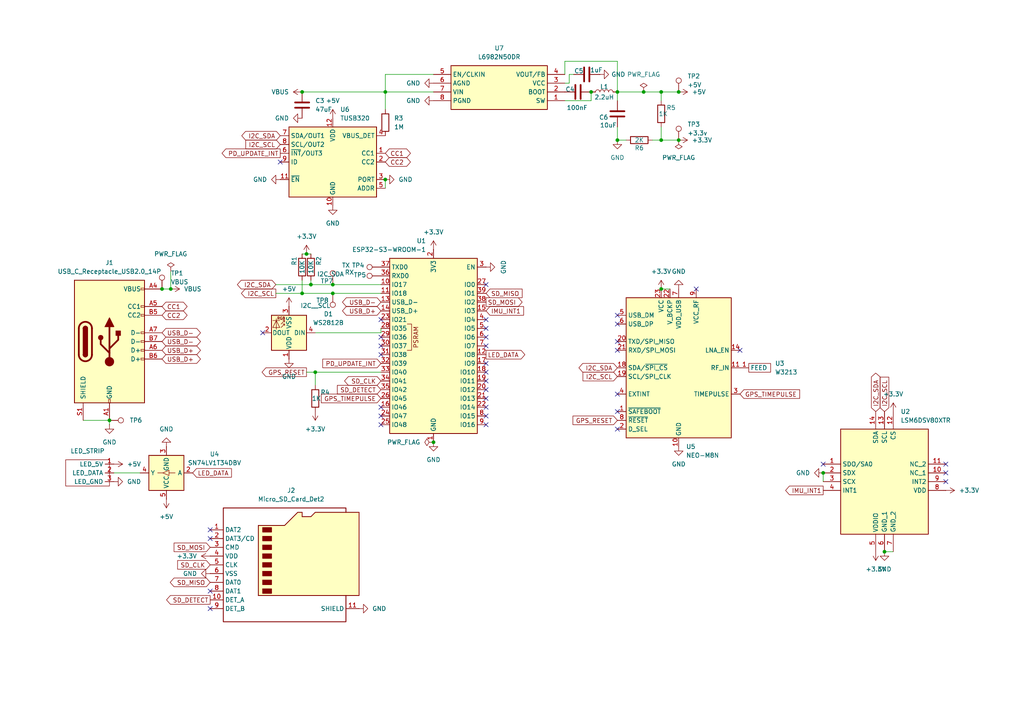
<source format=kicad_sch>
(kicad_sch (version 20250114) (generator "eeschema") (generator_version "9.0")
  (paper "A4")
  (title_block (date "2026-03-07") (rev "r1"))
  (lib_symbols
    (symbol "Connector:Micro_SD_Card_Det2"
      (property "Reference" "J" (at -16.51 17.78 0))
      (property "Value" "Micro_SD_Card_Det2" (at 16.51 17.78 0))
      (symbol "Micro_SD_Card_Det2_0_1"
        (polyline (pts (xy -8.89 -8.89) (xy -8.89 11.43) (xy -1.27 11.43) (xy 2.54 15.24) (xy 3.81 15.24) (xy 3.81 13.97) (xy 6.35 13.97) (xy 7.62 15.24) (xy 20.32 15.24) (xy 20.32 -8.89) (xy -8.89 -8.89)) (stroke (width 0.254)) (fill (type background)))
        (rectangle (start -7.62 10.795) (end -5.08 9.525) (stroke (width 0.254)) (fill (type outline)))
        (rectangle (start -7.62 8.255) (end -5.08 6.985) (stroke (width 0.254)) (fill (type outline)))
        (rectangle (start -7.62 5.715) (end -5.08 4.445) (stroke (width 0.254)) (fill (type outline)))
        (rectangle (start -7.62 3.175) (end -5.08 1.905) (stroke (width 0.254)) (fill (type outline)))
        (rectangle (start -7.62 0.635) (end -5.08 -0.635) (stroke (width 0.254)) (fill (type outline)))
        (rectangle (start -7.62 -1.905) (end -5.08 -3.175) (stroke (width 0.254)) (fill (type outline)))
        (rectangle (start -7.62 -4.445) (end -5.08 -5.715) (stroke (width 0.254)) (fill (type outline)))
        (rectangle (start -7.62 -6.985) (end -5.08 -8.255) (stroke (width 0.254)) (fill (type outline)))
        (polyline (pts (xy 16.51 15.24) (xy 16.51 16.51) (xy -19.05 16.51) (xy -19.05 -16.51) (xy 16.51 -16.51) (xy 16.51 -8.89)) (stroke (width 0.254)))
      )
      (symbol "Micro_SD_Card_Det2_1_1"
        (pin bidirectional line (at -22.86 10.16 0) (length 3.81) (name "DAT2") (number "1"))
        (pin bidirectional line (at -22.86 7.62 0) (length 3.81) (name "DAT3/CD") (number "2"))
        (pin input line (at -22.86 5.08 0) (length 3.81) (name "CMD") (number "3"))
        (pin power_in line (at -22.86 2.54 0) (length 3.81) (name "VDD") (number "4"))
        (pin input line (at -22.86 0 0) (length 3.81) (name "CLK") (number "5"))
        (pin power_in line (at -22.86 -2.54 0) (length 3.81) (name "VSS") (number "6"))
        (pin bidirectional line (at -22.86 -5.08 0) (length 3.81) (name "DAT0") (number "7"))
        (pin bidirectional line (at -22.86 -7.62 0) (length 3.81) (name "DAT1") (number "8"))
        (pin passive line (at -22.86 -10.16 0) (length 3.81) (name "DET_A") (number "10"))
        (pin passive line (at -22.86 -12.7 0) (length 3.81) (name "DET_B") (number "9"))
        (pin passive line (at 20.32 -12.7 180) (length 3.81) (name "SHIELD") (number "11"))
      )
    )
    (symbol "Connector:TestPoint" (pin_numbers (hide yes)) (pin_names (offset 0.762) (hide yes))
      (property "Reference" "TP" (at 0 6.858 0))
      (property "Value" "TestPoint" (at 0 5.08 0))
      (symbol "TestPoint_0_1"
        (circle (center 0 3.302) (radius 0.762))
      )
      (symbol "TestPoint_1_1"
        (pin passive line (at 0 0 90) (length 2.54) (name "1") (number "1"))
      )
    )
    (symbol "Connector:USB_C_Receptacle_USB2.0_14P" (pin_names (offset 1.016))
      (property "Reference" "J" (at 0 22.225 0))
      (property "Value" "USB_C_Receptacle_USB2.0_14P" (at 0 19.685 0))
      (symbol "USB_C_Receptacle_USB2.0_14P_0_0"
        (rectangle (start -0.254 -17.78) (end 0.254 -16.764))
        (rectangle (start 10.16 15.494) (end 9.144 14.986))
        (rectangle (start 10.16 10.414) (end 9.144 9.906))
        (rectangle (start 10.16 7.874) (end 9.144 7.366))
        (rectangle (start 10.16 2.794) (end 9.144 2.286))
        (rectangle (start 10.16 0.254) (end 9.144 -0.254))
        (rectangle (start 10.16 -2.286) (end 9.144 -2.794))
        (rectangle (start 10.16 -4.826) (end 9.144 -5.334))
      )
      (symbol "USB_C_Receptacle_USB2.0_14P_0_1"
        (rectangle (start -10.16 17.78) (end 10.16 -17.78) (stroke (width 0.254)) (fill (type background)))
        (polyline (pts (xy -8.89 -3.81) (xy -8.89 3.81)) (stroke (width 0.508)))
        (rectangle (start -7.62 -3.81) (end -6.35 3.81) (stroke (width 0.254)) (fill (type outline)))
        (arc (start -7.62 3.81) (mid -6.985 4.4423) (end -6.35 3.81) (stroke (width 0.254)))
        (arc (start -7.62 3.81) (mid -6.985 4.4423) (end -6.35 3.81) (stroke (width 0.254)) (fill (type outline)))
        (arc (start -8.89 3.81) (mid -6.985 5.7067) (end -5.08 3.81) (stroke (width 0.508)))
        (arc (start -5.08 -3.81) (mid -6.985 -5.7067) (end -8.89 -3.81) (stroke (width 0.508)))
        (arc (start -6.35 -3.81) (mid -6.985 -4.4423) (end -7.62 -3.81) (stroke (width 0.254)))
        (arc (start -6.35 -3.81) (mid -6.985 -4.4423) (end -7.62 -3.81) (stroke (width 0.254)) (fill (type outline)))
        (polyline (pts (xy -5.08 3.81) (xy -5.08 -3.81)) (stroke (width 0.508)))
        (circle (center -2.54 1.143) (radius 0.635) (stroke (width 0.254)) (fill (type outline)))
        (polyline (pts (xy -1.27 4.318) (xy 0 6.858) (xy 1.27 4.318) (xy -1.27 4.318)) (stroke (width 0.254)) (fill (type outline)))
        (polyline (pts (xy 0 -2.032) (xy 2.54 0.508) (xy 2.54 1.778)) (stroke (width 0.508)))
        (polyline (pts (xy 0 -3.302) (xy -2.54 -0.762) (xy -2.54 0.508)) (stroke (width 0.508)))
        (polyline (pts (xy 0 -5.842) (xy 0 4.318)) (stroke (width 0.508)))
        (circle (center 0 -5.842) (radius 1.27) (fill (type outline)))
        (rectangle (start 1.905 1.778) (end 3.175 3.048) (stroke (width 0.254)) (fill (type outline)))
      )
      (symbol "USB_C_Receptacle_USB2.0_14P_1_1"
        (pin passive line (at -7.62 -22.86 90) (length 5.08) (name "SHIELD") (number "S1"))
        (pin passive line (at 0 -22.86 90) (length 5.08) (name "GND") (number "A1"))
        (pin passive line (at 0 -22.86 90) (length 5.08) (hide yes) (name "GND") (number "A12"))
        (pin passive line (at 0 -22.86 90) (length 5.08) (hide yes) (name "GND") (number "B1"))
        (pin passive line (at 0 -22.86 90) (length 5.08) (hide yes) (name "GND") (number "B12"))
        (pin passive line (at 15.24 15.24 180) (length 5.08) (name "VBUS") (number "A4"))
        (pin passive line (at 15.24 15.24 180) (length 5.08) (hide yes) (name "VBUS") (number "A9"))
        (pin passive line (at 15.24 15.24 180) (length 5.08) (hide yes) (name "VBUS") (number "B4"))
        (pin passive line (at 15.24 15.24 180) (length 5.08) (hide yes) (name "VBUS") (number "B9"))
        (pin bidirectional line (at 15.24 10.16 180) (length 5.08) (name "CC1") (number "A5"))
        (pin bidirectional line (at 15.24 7.62 180) (length 5.08) (name "CC2") (number "B5"))
        (pin bidirectional line (at 15.24 2.54 180) (length 5.08) (name "D-") (number "A7"))
        (pin bidirectional line (at 15.24 0 180) (length 5.08) (name "D-") (number "B7"))
        (pin bidirectional line (at 15.24 -2.54 180) (length 5.08) (name "D+") (number "A6"))
        (pin bidirectional line (at 15.24 -5.08 180) (length 5.08) (name "D+") (number "B6"))
      )
    )
    (symbol "Device:C" (pin_numbers (hide yes)) (pin_names (offset 0.254))
      (property "Reference" "C" (at 0.635 2.54 0))
      (property "Value" "C" (at 0.635 -2.54 0))
      (symbol "C_0_1"
        (polyline (pts (xy -2.032 0.762) (xy 2.032 0.762)) (stroke (width 0.508)))
        (polyline (pts (xy -2.032 -0.762) (xy 2.032 -0.762)) (stroke (width 0.508)))
      )
      (symbol "C_1_1"
        (pin passive line (at 0 3.81 270) (length 2.794) (name "~") (number "1"))
        (pin passive line (at 0 -3.81 90) (length 2.794) (name "~") (number "2"))
      )
    )
    (symbol "Device:L" (pin_numbers (hide yes)) (pin_names (offset 1.016) (hide yes))
      (property "Reference" "L" (at -1.27 0 90))
      (property "Value" "L" (at 1.905 0 90))
      (symbol "L_0_1"
        (arc (start 0 2.54) (mid 0.6323 1.905) (end 0 1.27))
        (arc (start 0 1.27) (mid 0.6323 0.635) (end 0 0))
        (arc (start 0 0) (mid 0.6323 -0.635) (end 0 -1.27))
        (arc (start 0 -1.27) (mid 0.6323 -1.905) (end 0 -2.54))
      )
      (symbol "L_1_1"
        (pin passive line (at 0 3.81 270) (length 1.27) (name "1") (number "1"))
        (pin passive line (at 0 -3.81 90) (length 1.27) (name "2") (number "2"))
      )
    )
    (symbol "Device:R" (pin_numbers (hide yes)) (pin_names (offset 0))
      (property "Reference" "R" (at 2.032 0 90))
      (property "Value" "R" (at 0 0 90))
      (symbol "R_0_1"
        (rectangle (start -1.016 -2.54) (end 1.016 2.54) (stroke (width 0.254)))
      )
      (symbol "R_1_1"
        (pin passive line (at 0 3.81 270) (length 1.27) (name "~") (number "1"))
        (pin passive line (at 0 -3.81 90) (length 1.27) (name "~") (number "2"))
      )
    )
    (symbol "Interface_USB:TUSB320"
      (property "Reference" "U" (at -11.43 11.43 0))
      (property "Value" "TUSB320" (at 7.62 11.43 0))
      (symbol "TUSB320_0_1"
        (rectangle (start -12.7 10.16) (end 12.7 -10.16) (stroke (width 0.254)) (fill (type background)))
      )
      (symbol "TUSB320_1_1"
        (pin bidirectional line (at -15.24 7.62 0) (length 2.54) (name "SDA/OUT1") (number "7"))
        (pin bidirectional line (at -15.24 5.08 0) (length 2.54) (name "SCL/OUT2") (number "8"))
        (pin open_collector line (at -15.24 2.54 0) (length 2.54) (name "~{INT}/OUT3") (number "6"))
        (pin open_collector line (at -15.24 0 0) (length 2.54) (name "ID") (number "9"))
        (pin input line (at -15.24 -5.08 0) (length 2.54) (name "~{EN}") (number "11"))
        (pin power_in line (at 0 12.7 270) (length 2.54) (name "VDD") (number "12"))
        (pin power_in line (at 0 -12.7 90) (length 2.54) (name "GND") (number "10"))
        (pin input line (at 15.24 7.62 180) (length 2.54) (name "VBUS_DET") (number "4"))
        (pin bidirectional line (at 15.24 2.54 180) (length 2.54) (name "CC1") (number "1"))
        (pin bidirectional line (at 15.24 0 180) (length 2.54) (name "CC2") (number "2"))
        (pin input line (at 15.24 -5.08 180) (length 2.54) (name "PORT") (number "3"))
        (pin input line (at 15.24 -7.62 180) (length 2.54) (name "ADDR") (number "5"))
      )
    )
    (symbol "L6982N50DR:L6982N50DR"
      (property "Reference" "IC" (at 34.29 7.62 0))
      (property "Value" "L6982N50DR" (at 34.29 5.08 0))
      (symbol "L6982N50DR_1_1"
        (rectangle (start 5.08 2.54) (end 33.02 -10.16) (stroke (width 0.254)) (fill (type background)))
        (pin passive line (at 0 0 0) (length 5.08) (name "SW") (number "1"))
        (pin passive line (at 0 -2.54 0) (length 5.08) (name "BOOT") (number "2"))
        (pin passive line (at 0 -5.08 0) (length 5.08) (name "VCC") (number "3"))
        (pin passive line (at 0 -7.62 0) (length 5.08) (name "VOUT/FB") (number "4"))
        (pin passive line (at 38.1 0 180) (length 5.08) (name "PGND") (number "8"))
        (pin passive line (at 38.1 -2.54 180) (length 5.08) (name "VIN") (number "7"))
        (pin passive line (at 38.1 -5.08 180) (length 5.08) (name "AGND") (number "6"))
        (pin passive line (at 38.1 -7.62 180) (length 5.08) (name "EN/CLKIN") (number "5"))
      )
    )
    (symbol "LED:WS2812B" (pin_names (offset 0.254))
      (property "Reference" "D" (at 5.08 5.715 0))
      (property "Value" "WS2812B" (at 1.27 -5.715 0))
      (symbol "WS2812B_0_0"
        (text "RGB" (at 2.286 -4.191 0) (effects (font (size 0.762 0.762))))
      )
      (symbol "WS2812B_0_1"
        (polyline (pts (xy 1.27 -2.54) (xy 1.778 -2.54)))
        (polyline (pts (xy 1.27 -3.556) (xy 1.778 -3.556)))
        (polyline (pts (xy 2.286 -1.524) (xy 1.27 -2.54) (xy 1.27 -2.032)))
        (polyline (pts (xy 2.286 -2.54) (xy 1.27 -3.556) (xy 1.27 -3.048)))
        (polyline (pts (xy 3.683 -1.016) (xy 3.683 -3.556) (xy 3.683 -4.064)))
        (polyline (pts (xy 4.699 -1.524) (xy 2.667 -1.524) (xy 3.683 -3.556) (xy 4.699 -1.524)))
        (polyline (pts (xy 4.699 -3.556) (xy 2.667 -3.556)))
        (rectangle (start 5.08 5.08) (end -5.08 -5.08) (stroke (width 0.254)) (fill (type background)))
      )
      (symbol "WS2812B_1_1"
        (pin input line (at -7.62 0 0) (length 2.54) (name "DIN") (number "4"))
        (pin power_in line (at 0 7.62 270) (length 2.54) (name "VDD") (number "1"))
        (pin power_in line (at 0 -7.62 90) (length 2.54) (name "VSS") (number "3"))
        (pin output line (at 7.62 0 180) (length 2.54) (name "DOUT") (number "2"))
      )
    )
    (symbol "LSM6DSV80XTR:LSM6DSV80XTR"
      (property "Reference" "IC" (at 31.75 15.24 0))
      (property "Value" "LSM6DSV80XTR" (at 31.75 12.7 0))
      (symbol "LSM6DSV80XTR_1_1"
        (rectangle (start 5.08 10.16) (end 30.48 -20.32) (stroke (width 0.254)) (fill (type background)))
        (pin passive line (at 0 0 0) (length 5.08) (name "SDO/SA0") (number "1"))
        (pin passive line (at 0 -2.54 0) (length 5.08) (name "SDX") (number "2"))
        (pin passive line (at 0 -5.08 0) (length 5.08) (name "SCX") (number "3"))
        (pin passive line (at 0 -7.62 0) (length 5.08) (name "INT1") (number "4"))
        (pin passive line (at 15.24 15.24 270) (length 5.08) (name "SDA") (number "14"))
        (pin passive line (at 15.24 -25.4 90) (length 5.08) (name "VDDIO") (number "5"))
        (pin passive line (at 17.78 15.24 270) (length 5.08) (name "SCL") (number "13"))
        (pin passive line (at 17.78 -25.4 90) (length 5.08) (name "GND_1") (number "6"))
        (pin passive line (at 20.32 15.24 270) (length 5.08) (name "CS") (number "12"))
        (pin passive line (at 20.32 -25.4 90) (length 5.08) (name "GND_2") (number "7"))
        (pin passive line (at 35.56 0 180) (length 5.08) (name "NC_2") (number "11"))
        (pin passive line (at 35.56 -2.54 180) (length 5.08) (name "NC_1") (number "10"))
        (pin passive line (at 35.56 -5.08 180) (length 5.08) (name "INT2") (number "9"))
        (pin passive line (at 35.56 -7.62 180) (length 5.08) (name "VDD") (number "8"))
      )
    )
    (symbol "Logic_LevelTranslator:SN74LV1T34DBV"
      (property "Reference" "U" (at 5.08 6.35 0))
      (property "Value" "SN74LV1T34DBV" (at 5.08 3.81 0))
      (symbol "SN74LV1T34DBV_0_1"
        (rectangle (start -5.08 5.08) (end 5.08 -5.08) (stroke (width 0.254)) (fill (type background)))
        (polyline (pts (xy -0.762 0) (xy -2.54 0)))
        (polyline (pts (xy 1.016 0) (xy 2.54 0)))
      )
      (symbol "SN74LV1T34DBV_1_1"
        (polyline (pts (xy -0.762 -0.762) (xy -0.762 0.762) (xy 1.016 0) (xy -0.762 -0.762)))
        (pin input line (at -7.62 0 0) (length 2.54) (name "A") (number "2"))
        (pin no_connect line (at -5.08 2.54 0) (length 2.54) (hide yes) (name "NC") (number "1"))
        (pin power_in line (at 0 7.62 270) (length 2.54) (name "VCC") (number "5"))
        (pin power_in line (at 0 -7.62 90) (length 2.54) (name "GND") (number "3"))
        (pin output line (at 7.62 0 180) (length 2.54) (name "Y") (number "4"))
      )
    )
    (symbol "RF_GPS:NEO-M8N"
      (property "Reference" "U" (at -13.97 21.59 0))
      (property "Value" "NEO-M8N" (at 11.43 21.59 0))
      (symbol "NEO-M8N_0_1"
        (rectangle (start -15.24 20.32) (end 15.24 -20.32) (stroke (width 0.254)) (fill (type background)))
      )
      (symbol "NEO-M8N_1_1"
        (pin bidirectional line (at -17.78 15.24 0) (length 2.54) (name "USB_DM") (number "5"))
        (pin bidirectional line (at -17.78 12.7 0) (length 2.54) (name "USB_DP") (number "6"))
        (pin output line (at -17.78 7.62 0) (length 2.54) (name "TXD/SPI_MISO") (number "20"))
        (pin input line (at -17.78 5.08 0) (length 2.54) (name "RXD/SPI_MOSI") (number "21"))
        (pin bidirectional line (at -17.78 0 0) (length 2.54) (name "SDA/~{SPI_CS}") (number "18"))
        (pin input line (at -17.78 -2.54 0) (length 2.54) (name "SCL/SPI_CLK") (number "19"))
        (pin input line (at -17.78 -7.62 0) (length 2.54) (name "EXTINT") (number "4"))
        (pin input line (at -17.78 -12.7 0) (length 2.54) (name "~{SAFEBOOT}") (number "1"))
        (pin input line (at -17.78 -15.24 0) (length 2.54) (name "~{RESET}") (number "8"))
        (pin input line (at -17.78 -17.78 0) (length 2.54) (name "D_SEL") (number "2"))
        (pin power_in line (at -5.08 22.86 270) (length 2.54) (name "VCC") (number "23"))
        (pin power_in line (at -2.54 22.86 270) (length 2.54) (name "V_BCKP") (number "22"))
        (pin power_in line (at 0 22.86 270) (length 2.54) (name "VDD_USB") (number "7"))
        (pin power_in line (at 0 -22.86 90) (length 2.54) (name "GND") (number "10"))
        (pin passive line (at 0 -22.86 90) (length 2.54) (hide yes) (name "GND") (number "12"))
        (pin passive line (at 0 -22.86 90) (length 2.54) (hide yes) (name "GND") (number "13"))
        (pin passive line (at 0 -22.86 90) (length 2.54) (hide yes) (name "GND") (number "24"))
        (pin power_out line (at 5.08 22.86 270) (length 2.54) (name "VCC_RF") (number "9"))
        (pin no_connect line (at 15.24 -10.16 180) (length 2.54) (hide yes) (name "RESERVED") (number "15"))
        (pin no_connect line (at 15.24 -12.7 180) (length 2.54) (hide yes) (name "RESERVED") (number "16"))
        (pin no_connect line (at 15.24 -15.24 180) (length 2.54) (hide yes) (name "RESERVED") (number "17"))
        (pin output line (at 17.78 5.08 180) (length 2.54) (name "LNA_EN") (number "14"))
        (pin input line (at 17.78 0 180) (length 2.54) (name "RF_IN") (number "11"))
        (pin output line (at 17.78 -7.62 180) (length 2.54) (name "TIMEPULSE") (number "3"))
      )
    )
    (symbol "RF_Module:ESP32-S3-WROOM-1"
      (property "Reference" "U" (at -12.7 26.67 0))
      (property "Value" "ESP32-S3-WROOM-1" (at 12.7 26.67 0))
      (symbol "ESP32-S3-WROOM-1_0_0"
        (rectangle (start -12.7 25.4) (end 12.7 -25.4) (stroke (width 0.254)) (fill (type background)))
        (text "PSRAM" (at 5.08 2.54 900) (effects (font (size 1.27 1.27))))
      )
      (symbol "ESP32-S3-WROOM-1_0_1"
        (polyline (pts (xy 7.62 -1.27) (xy 6.35 -1.27) (xy 6.35 6.35) (xy 7.62 6.35)))
      )
      (symbol "ESP32-S3-WROOM-1_1_1"
        (pin input line (at -15.24 22.86 0) (length 2.54) (name "EN") (number "3"))
        (pin bidirectional line (at -15.24 17.78 0) (length 2.54) (name "IO0") (number "27"))
        (pin bidirectional line (at -15.24 15.24 0) (length 2.54) (name "IO1") (number "39"))
        (pin bidirectional line (at -15.24 12.7 0) (length 2.54) (name "IO2") (number "38"))
        (pin bidirectional line (at -15.24 10.16 0) (length 2.54) (name "IO3") (number "15"))
        (pin bidirectional line (at -15.24 7.62 0) (length 2.54) (name "IO4") (number "4"))
        (pin bidirectional line (at -15.24 5.08 0) (length 2.54) (name "IO5") (number "5"))
        (pin bidirectional line (at -15.24 2.54 0) (length 2.54) (name "IO6") (number "6"))
        (pin bidirectional line (at -15.24 0 0) (length 2.54) (name "IO7") (number "7"))
        (pin bidirectional line (at -15.24 -2.54 0) (length 2.54) (name "IO8") (number "12"))
        (pin bidirectional line (at -15.24 -5.08 0) (length 2.54) (name "IO9") (number "17"))
        (pin bidirectional line (at -15.24 -7.62 0) (length 2.54) (name "IO10") (number "18"))
        (pin bidirectional line (at -15.24 -10.16 0) (length 2.54) (name "IO11") (number "19"))
        (pin bidirectional line (at -15.24 -12.7 0) (length 2.54) (name "IO12") (number "20"))
        (pin bidirectional line (at -15.24 -15.24 0) (length 2.54) (name "IO13") (number "21"))
        (pin bidirectional line (at -15.24 -17.78 0) (length 2.54) (name "IO14") (number "22"))
        (pin bidirectional line (at -15.24 -20.32 0) (length 2.54) (name "IO15") (number "8"))
        (pin bidirectional line (at -15.24 -22.86 0) (length 2.54) (name "IO16") (number "9"))
        (pin power_in line (at 0 27.94 270) (length 2.54) (name "3V3") (number "2"))
        (pin power_in line (at 0 -27.94 90) (length 2.54) (name "GND") (number "1"))
        (pin passive line (at 0 -27.94 90) (length 2.54) (hide yes) (name "GND") (number "40"))
        (pin passive line (at 0 -27.94 90) (length 2.54) (hide yes) (name "GND") (number "41"))
        (pin bidirectional line (at 15.24 22.86 180) (length 2.54) (name "TXD0") (number "37"))
        (pin bidirectional line (at 15.24 20.32 180) (length 2.54) (name "RXD0") (number "36"))
        (pin bidirectional line (at 15.24 17.78 180) (length 2.54) (name "IO17") (number "10"))
        (pin bidirectional line (at 15.24 15.24 180) (length 2.54) (name "IO18") (number "11"))
        (pin bidirectional line (at 15.24 12.7 180) (length 2.54) (name "USB_D-") (number "13"))
        (pin bidirectional line (at 15.24 10.16 180) (length 2.54) (name "USB_D+") (number "14"))
        (pin bidirectional line (at 15.24 7.62 180) (length 2.54) (name "IO21") (number "23"))
        (pin bidirectional line (at 15.24 5.08 180) (length 2.54) (name "IO35") (number "28"))
        (pin bidirectional line (at 15.24 2.54 180) (length 2.54) (name "IO36") (number "29"))
        (pin bidirectional line (at 15.24 0 180) (length 2.54) (name "IO37") (number "30"))
        (pin bidirectional line (at 15.24 -2.54 180) (length 2.54) (name "IO38") (number "31"))
        (pin bidirectional line (at 15.24 -5.08 180) (length 2.54) (name "IO39") (number "32"))
        (pin bidirectional line (at 15.24 -7.62 180) (length 2.54) (name "IO40") (number "33"))
        (pin bidirectional line (at 15.24 -10.16 180) (length 2.54) (name "IO41") (number "34"))
        (pin bidirectional line (at 15.24 -12.7 180) (length 2.54) (name "IO42") (number "35"))
        (pin bidirectional line (at 15.24 -15.24 180) (length 2.54) (name "IO45") (number "26"))
        (pin bidirectional line (at 15.24 -17.78 180) (length 2.54) (name "IO46") (number "16"))
        (pin bidirectional line (at 15.24 -20.32 180) (length 2.54) (name "IO47") (number "24"))
        (pin bidirectional line (at 15.24 -22.86 180) (length 2.54) (name "IO48") (number "25"))
      )
    )
    (symbol "chips:LED_STRIP"
      (symbol "LED_STRIP_0_1"
        (rectangle (start -1.27 -1.27) (end -13.97 -8.89))
      )
      (symbol "LED_STRIP_1_1"
        (pin power_in line (at 0 -2.54 180) (length 2.54) (name "LED_5V") (number "1"))
        (pin input line (at 0 -5.08 180) (length 2.54) (name "LED_DATA") (number "2"))
        (pin passive line (at 0 -7.62 180) (length 2.54) (name "LED_GND") (number "3"))
      )
    )
    (symbol "chips:W3213"
      (property "Reference" "U" (at 3.048 0.762 0))
      (symbol "W3213_0_1"
        (rectangle (start 0 0) (end 6.35 -2.54))
      )
      (symbol "W3213_1_1"
        (pin bidirectional line (at -2.54 -1.27 0) (length 2.54) (name "FEED") (number "1"))
      )
    )
    (symbol "power:+3.3V" (power) (pin_numbers (hide yes)) (pin_names (offset 0) (hide yes))
      (property "Value" "+3.3V" (at 0 3.556 0))
      (symbol "+3.3V_0_1"
        (polyline (pts (xy -0.762 1.27) (xy 0 2.54)))
        (polyline (pts (xy 0 2.54) (xy 0.762 1.27)))
        (polyline (pts (xy 0 0) (xy 0 2.54)))
      )
      (symbol "+3.3V_1_1"
        (pin power_in line (at 0 0 90) (length 0) (name "~") (number "1"))
      )
    )
    (symbol "power:+5V" (power) (pin_numbers (hide yes)) (pin_names (offset 0) (hide yes))
      (property "Value" "+5V" (at 0 3.556 0))
      (symbol "+5V_0_1"
        (polyline (pts (xy -0.762 1.27) (xy 0 2.54)))
        (polyline (pts (xy 0 2.54) (xy 0.762 1.27)))
        (polyline (pts (xy 0 0) (xy 0 2.54)))
      )
      (symbol "+5V_1_1"
        (pin power_in line (at 0 0 90) (length 0) (name "~") (number "1"))
      )
    )
    (symbol "power:GND" (power) (pin_numbers (hide yes)) (pin_names (offset 0) (hide yes))
      (property "Value" "GND" (at 0 -3.81 0))
      (symbol "GND_0_1"
        (polyline (pts (xy 0 0) (xy 0 -1.27) (xy 1.27 -1.27) (xy 0 -2.54) (xy -1.27 -1.27) (xy 0 -1.27)))
      )
      (symbol "GND_1_1"
        (pin power_in line (at 0 0 270) (length 0) (name "~") (number "1"))
      )
    )
    (symbol "power:PWR_FLAG" (power) (pin_numbers (hide yes)) (pin_names (offset 0) (hide yes))
      (property "Value" "PWR_FLAG" (at 0 3.81 0))
      (symbol "PWR_FLAG_0_0"
        (pin power_out line (at 0 0 90) (length 0) (name "~") (number "1"))
      )
      (symbol "PWR_FLAG_0_1"
        (polyline (pts (xy 0 0) (xy 0 1.27) (xy -1.016 1.905) (xy 0 2.54) (xy 1.016 1.905) (xy 0 1.27)))
      )
    )
    (symbol "power:VBUS" (power) (pin_numbers (hide yes)) (pin_names (offset 0) (hide yes))
      (property "Value" "VBUS" (at 0 3.556 0))
      (symbol "VBUS_0_1"
        (polyline (pts (xy -0.762 1.27) (xy 0 2.54)))
        (polyline (pts (xy 0 2.54) (xy 0.762 1.27)))
        (polyline (pts (xy 0 0) (xy 0 2.54)))
      )
      (symbol "VBUS_1_1"
        (pin power_in line (at 0 0 90) (length 0) (name "~") (number "1"))
      )
    )
  )
  (junction (at 256.54 160.02))
  (junction (at 191.77 26.67))
  (junction (at 87.63 85.09))
  (junction (at 179.07 40.64))
  (junction (at 171.45 26.67))
  (junction (at 90.17 82.55))
  (junction (at 96.52 85.09))
  (junction (at 191.77 40.64))
  (junction (at 196.85 26.67))
  (junction (at 88.9 73.66))
  (junction (at 111.76 26.67))
  (junction (at 191.77 83.82))
  (junction (at 91.44 107.95))
  (junction (at 238.76 137.16))
  (junction (at 125.73 128.27))
  (junction (at 179.07 26.67))
  (junction (at 186.69 26.67))
  (junction (at 111.76 52.07))
  (junction (at 87.63 26.67))
  (junction (at 31.75 121.92))
  (junction (at 196.85 40.64))
  (junction (at 96.52 82.55))
  (junction (at 49.53 83.82))
  (junction (at 46.99 83.82))
  (no_connect (at 140.97 95.25))
  (no_connect (at 140.97 113.03))
  (no_connect (at 140.97 115.57))
  (no_connect (at 201.93 83.82))
  (no_connect (at 179.07 119.38))
  (no_connect (at 140.97 118.11))
  (no_connect (at 179.07 124.46))
  (no_connect (at 110.49 100.33))
  (no_connect (at 179.07 99.06))
  (no_connect (at 179.07 101.6))
  (no_connect (at 140.97 123.19))
  (no_connect (at 179.07 114.3))
  (no_connect (at 214.63 101.6))
  (no_connect (at 81.28 46.99))
  (no_connect (at 110.49 123.19))
  (no_connect (at 274.32 134.62))
  (no_connect (at 76.2 96.52))
  (no_connect (at 140.97 97.79))
  (no_connect (at 140.97 120.65))
  (no_connect (at 60.96 153.67))
  (no_connect (at 60.96 156.21))
  (no_connect (at 140.97 100.33))
  (no_connect (at 60.96 171.45))
  (no_connect (at 110.49 92.71))
  (no_connect (at 140.97 82.55))
  (no_connect (at 238.76 134.62))
  (no_connect (at 179.07 91.44))
  (no_connect (at 274.32 137.16))
  (no_connect (at 110.49 97.79))
  (no_connect (at 274.32 139.7))
  (no_connect (at 179.07 93.98))
  (no_connect (at 140.97 105.41))
  (no_connect (at 110.49 102.87))
  (no_connect (at 110.49 118.11))
  (no_connect (at 140.97 110.49))
  (no_connect (at 60.96 176.53))
  (no_connect (at 110.49 120.65))
  (no_connect (at 140.97 107.95))
  (no_connect (at 140.97 92.71))
  (wire (pts (xy 87.63 73.66) (xy 88.9 73.66)))
  (wire (pts (xy 87.63 81.28) (xy 87.63 85.09)))
  (wire (pts (xy 163.83 29.21) (xy 171.45 29.21)))
  (wire (pts (xy 87.63 26.67) (xy 111.76 26.67)))
  (wire (pts (xy 90.17 81.28) (xy 90.17 82.55)))
  (wire (pts (xy 165.1 21.59) (xy 166.37 21.59)))
  (wire (pts (xy 256.54 160.02) (xy 259.08 160.02)))
  (wire (pts (xy 191.77 83.82) (xy 194.31 83.82)))
  (wire (pts (xy 88.9 73.66) (xy 90.17 73.66)))
  (wire (pts (xy 125.73 21.59) (xy 111.76 21.59)))
  (wire (pts (xy 91.44 96.52) (xy 110.49 96.52)))
  (wire (pts (xy 111.76 52.07) (xy 111.76 54.61)))
  (wire (pts (xy 191.77 26.67) (xy 186.69 26.67)))
  (wire (pts (xy 80.01 82.55) (xy 90.17 82.55)))
  (wire (pts (xy 163.83 24.13) (xy 165.1 24.13)))
  (wire (pts (xy 163.83 17.78) (xy 179.07 17.78)))
  (wire (pts (xy 91.44 107.95) (xy 110.49 107.95)))
  (wire (pts (xy 111.76 26.67) (xy 125.73 26.67)))
  (wire (pts (xy 24.13 121.92) (xy 31.75 121.92)))
  (wire (pts (xy 191.77 40.64) (xy 196.85 40.64)))
  (wire (pts (xy 163.83 17.78) (xy 163.83 21.59)))
  (wire (pts (xy 196.85 26.67) (xy 191.77 26.67)))
  (wire (pts (xy 49.53 83.82) (xy 46.99 83.82)))
  (wire (pts (xy 179.07 40.64) (xy 179.07 36.83)))
  (wire (pts (xy 49.53 78.74) (xy 49.53 83.82)))
  (wire (pts (xy 238.76 137.16) (xy 238.76 139.7)))
  (wire (pts (xy 87.63 85.09) (xy 96.52 85.09)))
  (wire (pts (xy 31.75 121.92) (xy 31.75 123.19)))
  (wire (pts (xy 191.77 29.21) (xy 191.77 26.67)))
  (wire (pts (xy 111.76 21.59) (xy 111.76 26.67)))
  (wire (pts (xy 80.01 85.09) (xy 87.63 85.09)))
  (wire (pts (xy 165.1 24.13) (xy 165.1 21.59)))
  (wire (pts (xy 171.45 29.21) (xy 171.45 26.67)))
  (wire (pts (xy 189.23 40.64) (xy 191.77 40.64)))
  (wire (pts (xy 179.07 26.67) (xy 186.69 26.67)))
  (wire (pts (xy 91.44 107.95) (xy 91.44 111.76)))
  (wire (pts (xy 111.76 26.67) (xy 111.76 31.75)))
  (wire (pts (xy 179.07 29.21) (xy 179.07 26.67)))
  (wire (pts (xy 90.17 82.55) (xy 96.52 82.55)))
  (wire (pts (xy 179.07 17.78) (xy 179.07 26.67)))
  (wire (pts (xy 191.77 36.83) (xy 191.77 40.64)))
  (wire (pts (xy 181.61 40.64) (xy 179.07 40.64)))
  (wire (pts (xy 110.49 96.52) (xy 110.49 95.25)))
  (wire (pts (xy 96.52 85.09) (xy 110.49 85.09)))
  (wire (pts (xy 88.9 107.95) (xy 91.44 107.95)))
  (wire (pts (xy 96.52 82.55) (xy 110.49 82.55)))
  (wire (pts (xy 33.02 137.16) (xy 40.64 137.16)))
  (global_label "CC1" (shape bidirectional) (at 111.76 44.45 0) (property "Intersheetrefs" "${INTERSHEET_REFS}" (effects (hide yes))))
  (global_label "USB_D+" (shape bidirectional) (at 46.99 101.6 0) (property "Intersheetrefs" "${INTERSHEET_REFS}" (effects (hide yes))))
  (global_label "IMU_INT1" (shape output) (at 238.76 142.24 180) (property "Intersheetrefs" "${INTERSHEET_REFS}" (effects (hide yes))))
  (global_label "SD_CLK" (shape input) (at 60.96 163.83 180) (property "Intersheetrefs" "${INTERSHEET_REFS}" (effects (hide yes))))
  (global_label "CC2" (shape bidirectional) (at 46.99 91.44 0) (property "Intersheetrefs" "${INTERSHEET_REFS}" (effects (hide yes))))
  (global_label "USB_D-" (shape bidirectional) (at 110.49 87.63 180) (property "Intersheetrefs" "${INTERSHEET_REFS}" (effects (hide yes))))
  (global_label "SD_CLK" (shape bidirectional) (at 110.49 110.49 180) (property "Intersheetrefs" "${INTERSHEET_REFS}" (effects (hide yes))))
  (global_label "SD_DETECT" (shape output) (at 60.96 173.99 180) (property "Intersheetrefs" "${INTERSHEET_REFS}" (effects (hide yes))))
  (global_label "I2C_SCL" (shape input) (at 256.54 119.38 90) (property "Intersheetrefs" "${INTERSHEET_REFS}" (effects (hide yes))))
  (global_label "SD_MOSI" (shape output) (at 140.97 87.63 0) (property "Intersheetrefs" "${INTERSHEET_REFS}" (effects (hide yes))))
  (global_label "I2C_SDA" (shape bidirectional) (at 179.07 106.68 180) (property "Intersheetrefs" "${INTERSHEET_REFS}" (effects (hide yes))))
  (global_label "IMU_INT1" (shape input) (at 140.97 90.17 0) (property "Intersheetrefs" "${INTERSHEET_REFS}" (effects (hide yes))))
  (global_label "I2C_SCL" (shape input) (at 81.28 41.91 180) (property "Intersheetrefs" "${INTERSHEET_REFS}" (effects (hide yes))))
  (global_label "PD_UPDATE_INT" (shape input) (at 110.49 105.41 180) (property "Intersheetrefs" "${INTERSHEET_REFS}" (effects (hide yes))))
  (global_label "USB_D-" (shape bidirectional) (at 46.99 99.06 0) (property "Intersheetrefs" "${INTERSHEET_REFS}" (effects (hide yes))))
  (global_label "SD_DETECT" (shape input) (at 110.49 113.03 180) (property "Intersheetrefs" "${INTERSHEET_REFS}" (effects (hide yes))))
  (global_label "USB_D+" (shape bidirectional) (at 110.49 90.17 180) (property "Intersheetrefs" "${INTERSHEET_REFS}" (effects (hide yes))))
  (global_label "LED_DATA" (shape output) (at 140.97 102.87 0) (property "Intersheetrefs" "${INTERSHEET_REFS}" (effects (hide yes))))
  (global_label "I2C_SDA" (shape bidirectional) (at 81.28 39.37 180) (property "Intersheetrefs" "${INTERSHEET_REFS}" (effects (hide yes))))
  (global_label "SD_MISO" (shape bidirectional) (at 60.96 168.91 180) (property "Intersheetrefs" "${INTERSHEET_REFS}" (effects (hide yes))))
  (global_label "SD_MOSI" (shape input) (at 60.96 158.75 180) (property "Intersheetrefs" "${INTERSHEET_REFS}" (effects (hide yes))))
  (global_label "CC2" (shape bidirectional) (at 111.76 46.99 0) (property "Intersheetrefs" "${INTERSHEET_REFS}" (effects (hide yes))))
  (global_label "GPS_RESET" (shape output) (at 88.9 107.95 180) (property "Intersheetrefs" "${INTERSHEET_REFS}" (effects (hide yes))))
  (global_label "I2C_SCL" (shape output) (at 80.01 85.09 180) (property "Intersheetrefs" "${INTERSHEET_REFS}" (effects (hide yes))))
  (global_label "I2C_SDA" (shape bidirectional) (at 80.01 82.55 180) (property "Intersheetrefs" "${INTERSHEET_REFS}" (effects (hide yes))))
  (global_label "LED_DATA" (shape input) (at 55.88 137.16 0) (property "Intersheetrefs" "${INTERSHEET_REFS}" (effects (hide yes))))
  (global_label "SD_MISO" (shape input) (at 140.97 85.09 0) (property "Intersheetrefs" "${INTERSHEET_REFS}" (effects (hide yes))))
  (global_label "I2C_SDA" (shape bidirectional) (at 254 119.38 90) (property "Intersheetrefs" "${INTERSHEET_REFS}" (effects (hide yes))))
  (global_label "I2C_SCL" (shape input) (at 179.07 109.22 180) (property "Intersheetrefs" "${INTERSHEET_REFS}" (effects (hide yes))))
  (global_label "PD_UPDATE_INT" (shape output) (at 81.28 44.45 180) (property "Intersheetrefs" "${INTERSHEET_REFS}" (effects (hide yes))))
  (global_label "USB_D-" (shape bidirectional) (at 46.99 96.52 0) (property "Intersheetrefs" "${INTERSHEET_REFS}" (effects (hide yes))))
  (global_label "USB_D+" (shape bidirectional) (at 46.99 104.14 0) (property "Intersheetrefs" "${INTERSHEET_REFS}" (effects (hide yes))))
  (global_label "GPS_TIMEPULSE" (shape input) (at 110.49 115.57 180) (property "Intersheetrefs" "${INTERSHEET_REFS}" (effects (hide yes))))
  (global_label "CC1" (shape bidirectional) (at 46.99 88.9 0) (property "Intersheetrefs" "${INTERSHEET_REFS}" (effects (hide yes))))
  (global_label "GPS_RESET" (shape input) (at 179.07 121.92 180) (property "Intersheetrefs" "${INTERSHEET_REFS}" (effects (hide yes))))
  (global_label "GPS_TIMEPULSE" (shape input) (at 214.63 114.3 0) (property "Intersheetrefs" "${INTERSHEET_REFS}" (effects (hide yes))))
  (symbol (lib_id "Connector:TestPoint") (at 110.49 77.47 90) (unit 1) (in_bom no)
    (property "Reference" "TP4" (at 103.886 76.962 90))
    (property "Value" "TX" (at 100.33 76.962 90))
    (property "Footprint" "TestPoint:TestPoint_Pad_D1.0mm" (effects (hide yes)))
    (property "Description" "test point" (effects (hide yes)))
  )
  (symbol (lib_id "Device:R") (at 185.42 40.64 90) (unit 1)
    (property "Reference" "R6" (at 185.42 42.926 90))
    (property "Value" "2K" (at 185.42 40.64 90))
    (property "Footprint" "Resistor_SMD:R_0603_1608Metric_Pad0.98x0.95mm_HandSolder" (effects (hide yes)))
    (property "Description" "Resistor" (effects (hide yes)))
    (property "Mouser Part Number" "652-CR0603JW-202ELF" (effects (hide yes)))
  )
  (symbol (lib_id "power:+3.3V") (at 60.96 161.29 90) (unit 1)
    (property "Reference" "#PWR017" (effects (hide yes)))
    (property "Value" "+3.3V" (at 57.15 161.2899 90) (effects (justify left)))
    (property "Description" "Power symbol creates a global label with name \"+3.3V\"" (effects (hide yes)))
  )
  (symbol (lib_id "power:GND") (at 81.28 52.07 270) (unit 1)
    (property "Reference" "#PWR019" (effects (hide yes)))
    (property "Value" "GND" (at 77.47 52.0699 90) (effects (justify right)))
    (property "Description" "Power symbol creates a global label with name \"GND\" , ground" (effects (hide yes)))
  )
  (symbol (lib_id "Device:R") (at 111.76 35.56 0) (unit 1)
    (property "Reference" "R3" (at 114.3 34.2899 0) (effects (justify left)))
    (property "Value" "1M" (at 114.3 36.8299 0) (effects (justify left)))
    (property "Footprint" "Resistor_SMD:R_0603_1608Metric_Pad0.98x0.95mm_HandSolder" (effects (hide yes)))
    (property "Description" "Resistor" (effects (hide yes)))
    (property "Mouser Part Number" "755-SFR03EZPJ105" (effects (hide yes)))
  )
  (symbol (lib_id "chips:W3213") (at 217.17 105.41 0) (unit 1)
    (property "Reference" "U3" (at 224.79 105.4099 0) (effects (justify left)))
    (property "Value" "W3213" (at 224.79 107.9499 0) (effects (justify left)))
    (property "Footprint" "KiCad:W3213" (effects (hide yes)))
    (property "Mouser Part Number" "673-W3213" (effects (hide yes)))
  )
  (symbol (lib_id "power:VBUS") (at 49.53 83.82 270) (unit 1)
    (property "Reference" "#PWR07" (effects (hide yes)))
    (property "Value" "VBUS" (at 53.34 83.8199 90) (effects (justify left)))
    (property "Description" "Power symbol creates a global label with name \"VBUS\"" (effects (hide yes)))
  )
  (symbol (lib_id "Device:C") (at 179.07 33.02 0) (unit 1)
    (property "Reference" "C6" (at 173.736 34.036 0) (effects (justify left)))
    (property "Value" "10uF" (at 173.99 36.322 0) (effects (justify left)))
    (property "Footprint" "Capacitor_SMD:C_0805_2012Metric_Pad1.18x1.45mm_HandSolder" (effects (hide yes)))
    (property "Description" "Unpolarized capacitor" (effects (hide yes)))
    (property "Mouser Part Number" "581-0805X7R106KT1AT" (effects (hide yes)))
  )
  (symbol (lib_id "power:+3.3V") (at 274.32 142.24 270) (unit 1)
    (property "Reference" "#PWR032" (effects (hide yes)))
    (property "Value" "+3.3V" (at 278.13 142.2399 90) (effects (justify left)))
    (property "Description" "Power symbol creates a global label with name \"+3.3V\"" (effects (hide yes)))
  )
  (symbol (lib_id "Connector:TestPoint") (at 110.49 80.01 90) (unit 1) (in_bom no)
    (property "Reference" "TP5" (at 104.394 79.756 90))
    (property "Value" "RX" (at 101.346 78.994 90))
    (property "Footprint" "TestPoint:TestPoint_Pad_D1.0mm" (effects (hide yes)))
    (property "Description" "test point" (effects (hide yes)))
  )
  (symbol (lib_id "power:+3.3V") (at 259.08 119.38 0) (unit 1)
    (property "Reference" "#PWR031" (effects (hide yes)))
    (property "Value" "+3.3V" (at 259.08 114.3 0))
    (property "Description" "Power symbol creates a global label with name \"+3.3V\"" (effects (hide yes)))
  )
  (symbol (lib_id "Connector:TestPoint") (at 96.52 82.55 0) (unit 1) (in_bom no)
    (property "Reference" "TP7" (at 92.964 81.534 0) (effects (justify left)))
    (property "Value" "I2C_SDA" (at 91.948 79.502 0) (effects (justify left)))
    (property "Footprint" "TestPoint:TestPoint_Pad_D1.0mm" (effects (hide yes)))
    (property "Description" "test point" (effects (hide yes)))
  )
  (symbol (lib_id "power:GND") (at 196.85 83.82 180) (unit 1)
    (property "Reference" "#PWR034" (effects (hide yes)))
    (property "Value" "GND" (at 196.85 78.74 0))
    (property "Description" "Power symbol creates a global label with name \"GND\" , ground" (effects (hide yes)))
  )
  (symbol (lib_id "power:GND") (at 83.82 104.14 0) (unit 1)
    (property "Reference" "#PWR029" (effects (hide yes)))
    (property "Value" "GND" (at 83.82 109.22 0))
    (property "Description" "Power symbol creates a global label with name \"GND\" , ground" (effects (hide yes)))
  )
  (symbol (lib_id "power:GND") (at 179.07 40.64 0) (unit 1)
    (property "Reference" "#PWR026" (effects (hide yes)))
    (property "Value" "GND" (at 179.07 45.72 0))
    (property "Description" "Power symbol creates a global label with name \"GND\" , ground" (effects (hide yes)))
  )
  (symbol (lib_id "power:+5V") (at 33.02 134.62 270) (unit 1)
    (property "Reference" "#PWR015" (effects (hide yes)))
    (property "Value" "+5V" (at 36.83 134.6199 90) (effects (justify left)))
    (property "Description" "Power symbol creates a global label with name \"+5V\"" (effects (hide yes)))
  )
  (symbol (lib_id "power:GND") (at 104.14 176.53 90) (unit 1)
    (property "Reference" "#PWR016" (effects (hide yes)))
    (property "Value" "GND" (at 107.95 176.5299 90) (effects (justify right)))
    (property "Description" "Power symbol creates a global label with name \"GND\" , ground" (effects (hide yes)))
  )
  (symbol (lib_id "power:+3.3V") (at 254 160.02 180) (unit 1)
    (property "Reference" "#PWR03" (effects (hide yes)))
    (property "Value" "+3.3V" (at 254 165.1 0))
    (property "Description" "Power symbol creates a global label with name \"+3.3V\"" (effects (hide yes)))
  )
  (symbol (lib_id "Device:C") (at 170.18 21.59 90) (unit 1)
    (property "Reference" "C5" (at 167.894 20.574 90))
    (property "Value" "1uF" (at 172.974 20.32 90))
    (property "Footprint" "Capacitor_SMD:C_0805_2012Metric_Pad1.18x1.45mm_HandSolder" (effects (hide yes)))
    (property "Description" "Unpolarized capacitor" (effects (hide yes)))
    (property "Mouser Part Number" "581-KGM21AV51H105ZU" (effects (hide yes)))
  )
  (symbol (lib_id "Logic_LevelTranslator:SN74LV1T34DBV") (at 48.26 137.16 180) (unit 1)
    (property "Reference" "U4" (at 62.23 131.7146 0))
    (property "Value" "SN74LV1T34DBV" (at 62.23 134.2546 0))
    (property "Footprint" "Package_TO_SOT_SMD:SOT-23-5" (effects (hide yes)))
    (property "Datasheet" "https://www.ti.com/lit/ds/symlink/sn74lv1t34.pdf" (effects (hide yes)))
    (property "Description" "Single Power Supply, Single Buffer GATE, CMOS Logic, Level Shifter, SOT-23-5" (effects (hide yes)))
  )
  (symbol (lib_id "power:+5V") (at 48.26 144.78 180) (unit 1)
    (property "Reference" "#PWR036" (effects (hide yes)))
    (property "Value" "+5V" (at 48.26 149.86 0))
    (property "Description" "Power symbol creates a global label with name \"+5V\"" (effects (hide yes)))
  )
  (symbol (lib_id "power:VBUS") (at 87.63 26.67 90) (unit 1)
    (property "Reference" "#PWR021" (effects (hide yes)))
    (property "Value" "VBUS" (at 83.82 26.6699 90) (effects (justify left)))
    (property "Description" "Power symbol creates a global label with name \"VBUS\"" (effects (hide yes)))
  )
  (symbol (lib_id "Device:R") (at 91.44 115.57 0) (unit 1)
    (property "Reference" "R4" (at 92.964 113.792 0) (effects (justify left)))
    (property "Value" "1K" (at 90.424 115.57 0) (effects (justify left)))
    (property "Footprint" "Resistor_SMD:R_0603_1608Metric_Pad0.98x0.95mm_HandSolder" (effects (hide yes)))
    (property "Description" "Resistor" (effects (hide yes)))
    (property "Mouser Part Number" "71-CRCW06031K00FKEI" (effects (hide yes)))
  )
  (symbol (lib_id "RF_GPS:NEO-M8N") (at 196.85 106.68 0) (unit 1)
    (property "Reference" "U5" (at 198.9933 129.54 0) (effects (justify left)))
    (property "Value" "NEO-M8N" (at 198.9933 132.08 0) (effects (justify left)))
    (property "Footprint" "RF_GPS:ublox_NEO" (effects (hide yes)))
    (property "Datasheet" "https://content.u-blox.com/sites/default/files/NEO-M8-FW3_DataSheet_UBX-15031086.pdf" (effects (hide yes)))
    (property "Description" "GNSS Module NEO M8, VCC 2.7V to 3.6V" (effects (hide yes)))
    (property "Mouser Part Number" "377-NEO-M8N-0" (effects (hide yes)))
  )
  (symbol (lib_id "power:GND") (at 48.26 129.54 180) (unit 1)
    (property "Reference" "#PWR035" (effects (hide yes)))
    (property "Value" "GND" (at 48.26 124.46 0))
    (property "Description" "Power symbol creates a global label with name \"GND\" , ground" (effects (hide yes)))
  )
  (symbol (lib_id "power:GND") (at 256.54 160.02 0) (unit 1)
    (property "Reference" "#PWR06" (effects (hide yes)))
    (property "Value" "GND" (at 256.54 165.1 0))
    (property "Description" "Power symbol creates a global label with name \"GND\" , ground" (effects (hide yes)))
  )
  (symbol (lib_id "LED:WS2812B") (at 83.82 96.52 180) (unit 1)
    (property "Reference" "D1" (at 95.25 91.0746 0))
    (property "Value" "WS2812B" (at 95.25 93.6146 0))
    (property "Footprint" "LED_SMD:LED_WS2812B_PLCC4_5.0x5.0mm_P3.2mm" (effects (hide yes)))
    (property "Datasheet" "https://cdn-shop.adafruit.com/datasheets/WS2812B.pdf" (effects (hide yes)))
    (property "Description" "RGB LED with integrated controller" (effects (hide yes)))
  )
  (symbol (lib_id "power:+3.3V") (at 88.9 73.66 0) (unit 1)
    (property "Reference" "#PWR04" (effects (hide yes)))
    (property "Value" "+3.3V" (at 88.9 68.58 0))
    (property "Description" "Power symbol creates a global label with name \"+3.3V\"" (effects (hide yes)))
  )
  (symbol (lib_id "power:GND") (at 96.52 59.69 0) (unit 1)
    (property "Reference" "#PWR012" (effects (hide yes)))
    (property "Value" "GND" (at 96.52 64.77 0))
    (property "Description" "Power symbol creates a global label with name \"GND\" , ground" (effects (hide yes)))
  )
  (symbol (lib_id "Device:L") (at 175.26 26.67 90) (unit 1)
    (property "Reference" "L1" (at 175.26 25.146 90))
    (property "Value" "2.2uH" (at 175.26 28.194 90))
    (property "Footprint" "Inductor_SMD:L_Vishay_IHLP-1212" (effects (hide yes)))
    (property "Description" "Inductor" (effects (hide yes)))
    (property "Mouser Part Number" "70-IHLP1212AEEZR68M" (effects (hide yes)))
  )
  (symbol (lib_id "LSM6DSV80XTR:LSM6DSV80XTR") (at 238.76 134.62 0) (unit 1)
    (property "Reference" "U2" (at 261.2233 119.38 0) (effects (justify left)))
    (property "Value" "LSM6DSV80XTR" (at 261.2233 121.92 0) (effects (justify left)))
    (property "Footprint" "LSM6DSV80XTR:LSM6DSV16BXTR" (effects (hide yes)))
    (property "Datasheet" "https://www.st.com/resource/en/datasheet/lsm6dsv80x.pdf" (effects (hide yes)))
    (property "Description" "6-axis IMU (inertial measurement unit) with high-g accelerometer, embedded AI, and sensor fusion for wearables and sport trackers" (effects (hide yes)))
    (property "Mouser Part Number" "511-LSM6DSV80XTR" (effects (hide yes)))
    (property "Height" "0.74" (effects (hide yes)))
    (property "Manufacturer_Name" "STMicroelectronics" (effects (hide yes)))
    (property "Manufacturer_Part_Number" "LSM6DSV80XTR" (effects (hide yes)))
    (property "Arrow Part Number" "LSM6DSV80XTR" (effects (hide yes)))
    (property "Arrow Price/Stock" "https://www.arrow.com/en/products/lsm6dsv80xtr/stmicroelectronics?utm_currency=USD&region=nac" (effects (hide yes)))
  )
  (symbol (lib_id "Device:C") (at 87.63 30.48 0) (unit 1)
    (property "Reference" "C3" (at 91.44 29.2099 0) (effects (justify left)))
    (property "Value" "47uF" (at 91.44 31.7499 0) (effects (justify left)))
    (property "Footprint" "Capacitor_SMD:C_0805_2012Metric_Pad1.18x1.45mm_HandSolder" (effects (hide yes)))
    (property "Description" "Unpolarized capacitor" (effects (hide yes)))
    (property "Mouser Part Number" "581-0805X7R106KT1AT" (effects (hide yes)))
  )
  (symbol (lib_id "power:+5V") (at 196.85 26.67 270) (unit 1)
    (property "Reference" "#PWR027" (effects (hide yes)))
    (property "Value" "+5V" (at 200.66 26.6699 90) (effects (justify left)))
    (property "Description" "Power symbol creates a global label with name \"+5V\"" (effects (hide yes)))
  )
  (symbol (lib_id "L6982N50DR:L6982N50DR") (at 163.83 29.21 180) (unit 1)
    (property "Reference" "U7" (at 144.78 13.97 0))
    (property "Value" "L6982N50DR" (at 144.78 16.51 0))
    (property "Footprint" "chips:SOIC127P600X175-8N" (effects (hide yes)))
    (property "Datasheet" "https://www.st.com/resource/en/datasheet/l6982.pdf" (effects (hide yes)))
    (property "Description" "38 V, 2 A synchronous step-down converter with 20 uA quiescent current" (effects (hide yes)))
    (property "Height" "1.75" (effects (hide yes)))
    (property "Manufacturer_Name" "STMicroelectronics" (effects (hide yes)))
    (property "Manufacturer_Part_Number" "L6982N50DR" (effects (hide yes)))
    (property "Mouser Part Number" "511-L6982N50DR" (effects (hide yes)))
    (property "Mouser Price/Stock" "https://www.mouser.co.uk/ProductDetail/STMicroelectronics/L6982N50DR?qs=rQFj71Wb1eViugxt34b%2FVA%3D%3D" (effects (hide yes)))
    (property "Arrow Part Number" "L6982N50DR" (effects (hide yes)))
    (property "Arrow Price/Stock" "https://www.arrow.com/en/products/l6982n50dr/stmicroelectronics?utm_currency=USD&region=nac" (effects (hide yes)))
  )
  (symbol (lib_id "power:GND") (at 196.85 129.54 0) (unit 1)
    (property "Reference" "#PWR09" (effects (hide yes)))
    (property "Value" "GND" (at 196.85 134.62 0))
    (property "Description" "Power symbol creates a global label with name \"GND\" , ground" (effects (hide yes)))
  )
  (symbol (lib_id "Connector:TestPoint") (at 46.99 83.82 0) (unit 1) (in_bom no)
    (property "Reference" "TP1" (at 49.53 79.2479 0) (effects (justify left)))
    (property "Value" "VBUS" (at 49.53 81.7879 0) (effects (justify left)))
    (property "Footprint" "TestPoint:TestPoint_Pad_D1.0mm" (effects (hide yes)))
    (property "Description" "test point" (effects (hide yes)))
  )
  (symbol (lib_id "Connector:TestPoint") (at 96.52 85.09 180) (unit 1) (in_bom no)
    (property "Reference" "TP8" (at 91.694 87.122 0) (effects (justify right)))
    (property "Value" "I2C__SCL" (at 87.122 88.646 0) (effects (justify right)))
    (property "Footprint" "TestPoint:TestPoint_Pad_D1.0mm" (effects (hide yes)))
    (property "Description" "test point" (effects (hide yes)))
  )
  (symbol (lib_id "power:+3.3V") (at 196.85 40.64 270) (unit 1)
    (property "Reference" "#PWR028" (effects (hide yes)))
    (property "Value" "+3.3V" (at 200.66 40.6399 90) (effects (justify left)))
    (property "Description" "Power symbol creates a global label with name \"+3.3V\"" (effects (hide yes)))
  )
  (symbol (lib_id "power:GND") (at 238.76 137.16 270) (unit 1)
    (property "Reference" "#PWR033" (effects (hide yes)))
    (property "Value" "GND" (at 234.95 137.1599 90) (effects (justify right)))
    (property "Description" "Power symbol creates a global label with name \"GND\" , ground" (effects (hide yes)))
  )
  (symbol (lib_id "power:GND") (at 111.76 52.07 90) (unit 1)
    (property "Reference" "#PWR014" (effects (hide yes)))
    (property "Value" "GND" (at 115.57 52.0699 90) (effects (justify right)))
    (property "Description" "Power symbol creates a global label with name \"GND\" , ground" (effects (hide yes)))
  )
  (symbol (lib_id "power:GND") (at 60.96 166.37 270) (unit 1)
    (property "Reference" "#PWR018" (effects (hide yes)))
    (property "Value" "GND" (at 57.15 166.3699 90) (effects (justify right)))
    (property "Description" "Power symbol creates a global label with name \"GND\" , ground" (effects (hide yes)))
  )
  (symbol (lib_id "Connector:TestPoint") (at 196.85 26.67 0) (unit 1) (in_bom no)
    (property "Reference" "TP2" (at 199.39 22.0979 0) (effects (justify left)))
    (property "Value" "+5V" (at 199.39 24.6379 0) (effects (justify left)))
    (property "Footprint" "TestPoint:TestPoint_Pad_D1.0mm" (effects (hide yes)))
    (property "Description" "test point" (effects (hide yes)))
  )
  (symbol (lib_id "power:+5V") (at 83.82 88.9 0) (unit 1)
    (property "Reference" "#PWR030" (effects (hide yes)))
    (property "Value" "+5V" (at 83.82 83.82 0))
    (property "Description" "Power symbol creates a global label with name \"+5V\"" (effects (hide yes)))
  )
  (symbol (lib_id "power:GND") (at 173.99 21.59 90) (unit 1)
    (property "Reference" "#PWR025" (effects (hide yes)))
    (property "Value" "GND" (at 177.292 21.59 90) (effects (justify right)))
    (property "Description" "Power symbol creates a global label with name \"GND\" , ground" (effects (hide yes)))
  )
  (symbol (lib_id "RF_Module:ESP32-S3-WROOM-1") (at 125.73 100.33 0) (mirror y) (unit 1)
    (property "Reference" "U1" (at 123.5867 69.85 0) (effects (justify left)))
    (property "Value" "ESP32-S3-WROOM-1" (at 123.5867 72.39 0) (effects (justify left)))
    (property "Footprint" "RF_Module:ESP32-S3-WROOM-1" (effects (hide yes)))
    (property "Datasheet" "https://www.espressif.com/sites/default/files/documentation/esp32-s3-wroom-1_wroom-1u_datasheet_en.pdf" (effects (hide yes)))
    (property "Description" "RF Module, ESP32-S3 SoC, Wi-Fi 802.11b/g/n, Bluetooth, BLE, 32-bit, 3.3V, onboard antenna, SMD" (effects (hide yes)))
    (property "Mouser Part Number" "356-ESP32-S3WROOM1N8" (effects (hide yes)))
  )
  (symbol (lib_id "power:GND") (at 125.73 128.27 0) (unit 1)
    (property "Reference" "#PWR01" (effects (hide yes)))
    (property "Value" "GND" (at 125.73 133.35 0))
    (property "Description" "Power symbol creates a global label with name \"GND\" , ground" (effects (hide yes)))
  )
  (symbol (lib_id "Device:C") (at 167.64 26.67 90) (unit 1)
    (property "Reference" "C4" (at 165.354 25.908 90))
    (property "Value" "100nF" (at 167.386 31.242 90))
    (property "Footprint" "Capacitor_SMD:C_0805_2012Metric_Pad1.18x1.45mm_HandSolder" (effects (hide yes)))
    (property "Description" "Unpolarized capacitor" (effects (hide yes)))
    (property "Mouser Part Number" "581-KAF21BR71H104JM" (effects (hide yes)))
  )
  (symbol (lib_id "power:+3.3V") (at 125.73 72.39 0) (unit 1)
    (property "Reference" "#PWR013" (effects (hide yes)))
    (property "Value" "+3.3V" (at 125.73 67.31 0))
    (property "Description" "Power symbol creates a global label with name \"+3.3V\"" (effects (hide yes)))
  )
  (symbol (lib_id "power:GND") (at 31.75 123.19 0) (unit 1)
    (property "Reference" "#PWR05" (effects (hide yes)))
    (property "Value" "GND" (at 31.75 128.27 0))
    (property "Description" "Power symbol creates a global label with name \"GND\" , ground" (effects (hide yes)))
  )
  (symbol (lib_id "Device:R") (at 90.17 77.47 180) (unit 1)
    (property "Reference" "R2" (at 92.456 75.692 90))
    (property "Value" "10K" (at 90.17 77.47 90))
    (property "Footprint" "Resistor_SMD:R_0603_1608Metric_Pad0.98x0.95mm_HandSolder" (effects (hide yes)))
    (property "Description" "Resistor" (effects (hide yes)))
    (property "Mouser Part Number" "279-RT73F1J10KBTD" (effects (hide yes)))
  )
  (symbol (lib_id "chips:LED_STRIP") (at 33.02 132.08 0) (unit 1) (in_bom no)
    (property "Reference" "J5" (effects (hide yes)))
    (property "Value" "LED_STRIP" (at 25.4 130.81 0))
    (property "Footprint" "chips:3_PIN_WIRE" (effects (hide yes)))
  )
  (symbol (lib_id "power:PWR_FLAG") (at 49.53 78.74 0) (unit 1)
    (property "Reference" "#FLG01" (effects (hide yes)))
    (property "Value" "PWR_FLAG" (at 49.53 73.66 0))
    (property "Description" "Special symbol for telling ERC where power comes from" (effects (hide yes)))
  )
  (symbol (lib_id "power:PWR_FLAG") (at 186.69 26.67 0) (unit 1)
    (property "Reference" "#FLG02" (effects (hide yes)))
    (property "Value" "PWR_FLAG" (at 186.69 21.59 0))
    (property "Description" "Special symbol for telling ERC where power comes from" (effects (hide yes)))
  )
  (symbol (lib_id "power:GND") (at 125.73 24.13 270) (unit 1)
    (property "Reference" "#PWR024" (effects (hide yes)))
    (property "Value" "GND" (at 121.92 24.1299 90) (effects (justify right)))
    (property "Description" "Power symbol creates a global label with name \"GND\" , ground" (effects (hide yes)))
  )
  (symbol (lib_id "power:PWR_FLAG") (at 125.73 128.27 90) (unit 1)
    (property "Reference" "#FLG04" (effects (hide yes)))
    (property "Value" "PWR_FLAG" (at 121.92 128.2699 90) (effects (justify left)))
    (property "Description" "Special symbol for telling ERC where power comes from" (effects (hide yes)))
  )
  (symbol (lib_id "Connector:TestPoint") (at 31.75 121.92 270) (unit 1) (in_bom no)
    (property "Reference" "TP6" (at 37.592 121.92 90) (effects (justify left)))
    (property "Value" "TestPoint" (effects (hide yes)))
    (property "Footprint" "TestPoint:TestPoint_Pad_D1.0mm" (effects (hide yes)))
    (property "Description" "test point" (effects (hide yes)))
  )
  (symbol (lib_id "Connector:Micro_SD_Card_Det2") (at 83.82 163.83 0) (unit 1)
    (property "Reference" "J2" (at 84.455 142.24 0))
    (property "Value" "Micro_SD_Card_Det2" (at 84.455 144.78 0))
    (property "Footprint" "Connector_Card:microSD_HC_Hirose_DM3AT-SF-PEJM5" (effects (hide yes)))
    (property "Datasheet" "https://www.hirose.com/en/product/document?clcode=&productname=&series=DM3&documenttype=Catalog&lang=en&documentid=D49662_en" (effects (hide yes)))
    (property "Description" "Micro SD Card Socket with two card detection pins" (effects (hide yes)))
    (property "Mouser Part Number" "798-DM3AT-SF-PEJM5" (effects (hide yes)))
  )
  (symbol (lib_id "power:+3.3V") (at 191.77 83.82 0) (unit 1)
    (property "Reference" "#PWR08" (effects (hide yes)))
    (property "Value" "+3.3V" (at 191.77 78.74 0))
    (property "Description" "Power symbol creates a global label with name \"+3.3V\"" (effects (hide yes)))
  )
  (symbol (lib_id "power:GND") (at 33.02 139.7 90) (unit 1)
    (property "Reference" "#PWR020" (effects (hide yes)))
    (property "Value" "GND" (at 36.83 139.6999 90) (effects (justify right)))
    (property "Description" "Power symbol creates a global label with name \"GND\" , ground" (effects (hide yes)))
  )
  (symbol (lib_id "Connector:USB_C_Receptacle_USB2.0_14P") (at 31.75 99.06 0) (unit 1)
    (property "Reference" "J1" (at 31.75 76.2 0))
    (property "Value" "USB_C_Receptacle_USB2.0_14P" (at 31.75 78.74 0))
    (property "Footprint" "Connector_USB:USB_C_Receptacle_G-Switch_GT-USB-7010ASV" (effects (hide yes)))
    (property "Mouser Part Number" "640-USB4105-GF-A" (effects (hide yes)))
  )
  (symbol (lib_id "power:GND") (at 125.73 29.21 270) (unit 1)
    (property "Reference" "#PWR023" (effects (hide yes)))
    (property "Value" "GND" (at 121.92 29.2099 90) (effects (justify right)))
    (property "Description" "Power symbol creates a global label with name \"GND\" , ground" (effects (hide yes)))
  )
  (symbol (lib_id "power:GND") (at 140.97 77.47 90) (mirror x) (unit 1)
    (property "Reference" "#PWR02" (effects (hide yes)))
    (property "Value" "GND" (at 146.05 77.47 0))
    (property "Description" "Power symbol creates a global label with name \"GND\" , ground" (effects (hide yes)))
  )
  (symbol (lib_id "power:+3.3V") (at 91.44 119.38 180) (unit 1)
    (property "Reference" "#PWR010" (effects (hide yes)))
    (property "Value" "+3.3V" (at 91.44 124.46 0))
    (property "Description" "Power symbol creates a global label with name \"+3.3V\"" (effects (hide yes)))
  )
  (symbol (lib_id "power:+5V") (at 96.52 34.29 0) (unit 1)
    (property "Reference" "#PWR022" (effects (hide yes)))
    (property "Value" "+5V" (at 96.52 29.21 0))
    (property "Description" "Power symbol creates a global label with name \"+5V\"" (effects (hide yes)))
  )
  (symbol (lib_id "power:GND") (at 87.63 34.29 270) (unit 1)
    (property "Reference" "#PWR011" (effects (hide yes)))
    (property "Value" "GND" (at 83.82 34.2899 90) (effects (justify right)))
    (property "Description" "Power symbol creates a global label with name \"GND\" , ground" (effects (hide yes)))
  )
  (symbol (lib_id "Connector:TestPoint") (at 196.85 40.64 0) (unit 1) (in_bom no)
    (property "Reference" "TP3" (at 199.39 36.0679 0) (effects (justify left)))
    (property "Value" "+3.3v" (at 199.39 38.6079 0) (effects (justify left)))
    (property "Footprint" "TestPoint:TestPoint_Pad_D1.0mm" (effects (hide yes)))
    (property "Description" "test point" (effects (hide yes)))
  )
  (symbol (lib_id "Interface_USB:TUSB320") (at 96.52 46.99 0) (unit 1)
    (property "Reference" "U6" (at 98.6633 31.75 0) (effects (justify left)))
    (property "Value" "TUSB320" (at 98.6633 34.29 0) (effects (justify left)))
    (property "Footprint" "Package_DFN_QFN:Texas_X2QFN-12_1.6x1.6mm_P0.4mm" (effects (hide yes)))
    (property "Datasheet" "http://www.ti.com/lit/ds/symlink/tusb320.pdf" (effects (hide yes)))
    (property "Description" "USB Type-C Configuration Channel Logic and Port Control, X2QFN-12" (effects (hide yes)))
    (property "Mouser Part Number" "595-TUSB320HIRWBR" (effects (hide yes)))
  )
  (symbol (lib_id "Device:R") (at 87.63 77.47 180) (unit 1)
    (property "Reference" "R1" (at 85.344 75.692 90))
    (property "Value" "10K" (at 87.63 77.47 90))
    (property "Footprint" "Resistor_SMD:R_0603_1608Metric_Pad0.98x0.95mm_HandSolder" (effects (hide yes)))
    (property "Description" "Resistor" (effects (hide yes)))
    (property "Mouser Part Number" "279-RT73F1J10KBTD" (effects (hide yes)))
  )
  (symbol (lib_id "Device:R") (at 191.77 33.02 0) (unit 1)
    (property "Reference" "R5" (at 193.294 31.242 0) (effects (justify left)))
    (property "Value" "1K" (at 191.008 33.02 0) (effects (justify left)))
    (property "Footprint" "Resistor_SMD:R_0603_1608Metric_Pad0.98x0.95mm_HandSolder" (effects (hide yes)))
    (property "Description" "Resistor" (effects (hide yes)))
    (property "Mouser Part Number" "71-CRCW06031K00FKEI" (effects (hide yes)))
  )
  (symbol (lib_id "power:PWR_FLAG") (at 196.85 40.64 180) (unit 1)
    (property "Reference" "#FLG03" (effects (hide yes)))
    (property "Value" "PWR_FLAG" (at 196.85 45.72 0))
    (property "Description" "Special symbol for telling ERC where power comes from" (effects (hide yes)))
  )
)
</source>
